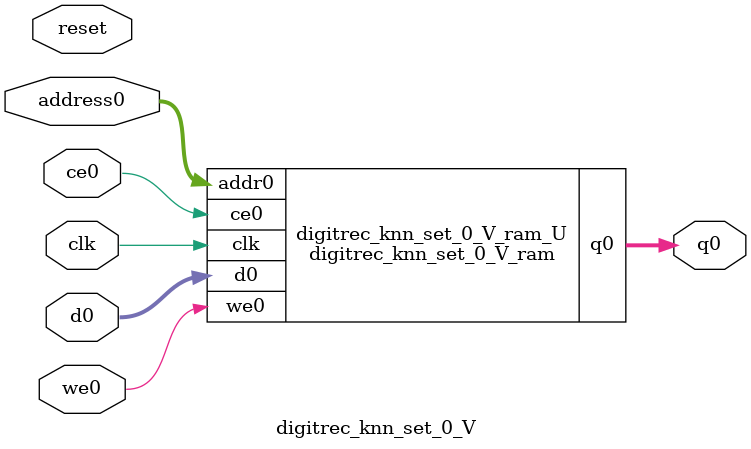
<source format=v>

`timescale 1 ns / 1 ps
module digitrec_knn_set_0_V_ram (addr0, ce0, d0, we0, q0,  clk);

parameter DWIDTH = 6;
parameter AWIDTH = 4;
parameter MEM_SIZE = 10;

input[AWIDTH-1:0] addr0;
input ce0;
input[DWIDTH-1:0] d0;
input we0;
output reg[DWIDTH-1:0] q0;
input clk;

(* ram_style = "distributed" *)reg [DWIDTH-1:0] ram[MEM_SIZE-1:0];




always @(posedge clk)  
begin 
    if (ce0) 
    begin
        if (we0) 
        begin 
            ram[addr0] <= d0; 
            q0 <= d0;
        end 
        else 
            q0 <= ram[addr0];
    end
end


endmodule


`timescale 1 ns / 1 ps
module digitrec_knn_set_0_V(
    reset,
    clk,
    address0,
    ce0,
    we0,
    d0,
    q0);

parameter DataWidth = 32'd6;
parameter AddressRange = 32'd10;
parameter AddressWidth = 32'd4;
input reset;
input clk;
input[AddressWidth - 1:0] address0;
input ce0;
input we0;
input[DataWidth - 1:0] d0;
output[DataWidth - 1:0] q0;



digitrec_knn_set_0_V_ram digitrec_knn_set_0_V_ram_U(
    .clk( clk ),
    .addr0( address0 ),
    .ce0( ce0 ),
    .d0( d0 ),
    .we0( we0 ),
    .q0( q0 ));

endmodule


</source>
